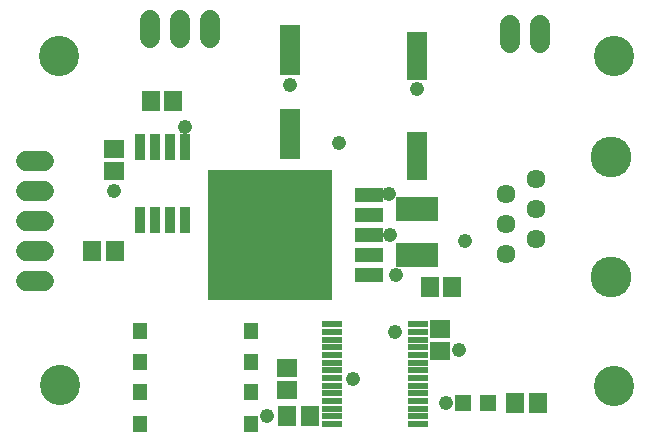
<source format=gts>
From c3ca4f95bd59f69d45e582a4149327f57a360760 Mon Sep 17 00:00:00 2001
From: jaseg <git@jaseg.de>
Date: Sun, 30 Jan 2022 20:11:38 +0100
Subject: Rename gerbonara/gerber package to just gerbonara

---
 gerbonara/gerber/tests/resources/top_mask.GTS | 162 --------------------------
 1 file changed, 162 deletions(-)
 delete mode 100644 gerbonara/gerber/tests/resources/top_mask.GTS

(limited to 'gerbonara/gerber/tests/resources/top_mask.GTS')

diff --git a/gerbonara/gerber/tests/resources/top_mask.GTS b/gerbonara/gerber/tests/resources/top_mask.GTS
deleted file mode 100644
index a3886f5..0000000
--- a/gerbonara/gerber/tests/resources/top_mask.GTS
+++ /dev/null
@@ -1,162 +0,0 @@
-G75*
-%MOIN*%
-%OFA0B0*%
-%FSLAX24Y24*%
-%IPPOS*%
-%LPD*%
-%AMOC8*
-5,1,8,0,0,1.08239X$1,22.5*
-%
-%ADD10R,0.0340X0.0880*%
-%ADD11R,0.0671X0.0237*%
-%ADD12R,0.4178X0.4332*%
-%ADD13R,0.0930X0.0500*%
-%ADD14R,0.0710X0.1655*%
-%ADD15R,0.0671X0.0592*%
-%ADD16R,0.0592X0.0671*%
-%ADD17R,0.0710X0.1615*%
-%ADD18R,0.1419X0.0828*%
-%ADD19C,0.0634*%
-%ADD20C,0.1360*%
-%ADD21R,0.0474X0.0580*%
-%ADD22C,0.0680*%
-%ADD23R,0.0552X0.0552*%
-%ADD24C,0.1340*%
-%ADD25C,0.0476*%
-D10*
-X005000Y010604D03*
-X005500Y010604D03*
-X006000Y010604D03*
-X006500Y010604D03*
-X006500Y013024D03*
-X006000Y013024D03*
-X005500Y013024D03*
-X005000Y013024D03*
-D11*
-X011423Y007128D03*
-X011423Y006872D03*
-X011423Y006616D03*
-X011423Y006360D03*
-X011423Y006104D03*
-X011423Y005848D03*
-X011423Y005592D03*
-X011423Y005336D03*
-X011423Y005080D03*
-X011423Y004825D03*
-X011423Y004569D03*
-X011423Y004313D03*
-X011423Y004057D03*
-X011423Y003801D03*
-X014277Y003801D03*
-X014277Y004057D03*
-X014277Y004313D03*
-X014277Y004569D03*
-X014277Y004825D03*
-X014277Y005080D03*
-X014277Y005336D03*
-X014277Y005592D03*
-X014277Y005848D03*
-X014277Y006104D03*
-X014277Y006360D03*
-X014277Y006616D03*
-X014277Y006872D03*
-X014277Y007128D03*
-D12*
-X009350Y010114D03*
-D13*
-X012630Y010114D03*
-X012630Y010784D03*
-X012630Y011454D03*
-X012630Y009444D03*
-X012630Y008774D03*
-D14*
-X010000Y013467D03*
-X010000Y016262D03*
-D15*
-X004150Y012988D03*
-X004150Y012240D03*
-X009900Y005688D03*
-X009900Y004940D03*
-X015000Y006240D03*
-X015000Y006988D03*
-D16*
-X014676Y008364D03*
-X015424Y008364D03*
-X017526Y004514D03*
-X018274Y004514D03*
-X010674Y004064D03*
-X009926Y004064D03*
-X004174Y009564D03*
-X003426Y009564D03*
-X005376Y014564D03*
-X006124Y014564D03*
-D17*
-X014250Y016088D03*
-X014250Y012741D03*
-D18*
-X014250Y010982D03*
-X014250Y009447D03*
-D19*
-X017200Y009464D03*
-X018200Y009964D03*
-X018200Y010964D03*
-X017200Y010464D03*
-X017200Y011464D03*
-X018200Y011964D03*
-D20*
-X020700Y012714D03*
-X020700Y008714D03*
-D21*
-X005004Y003814D03*
-X005004Y004864D03*
-X005004Y005864D03*
-X005004Y006914D03*
-X008696Y006914D03*
-X008696Y005864D03*
-X008696Y004864D03*
-X008696Y003814D03*
-D22*
-X001800Y008564D02*
-X001200Y008564D01*
-X001200Y009564D02*
-X001800Y009564D01*
-X001800Y010564D02*
-X001200Y010564D01*
-X001200Y011564D02*
-X001800Y011564D01*
-X001800Y012564D02*
-X001200Y012564D01*
-X005350Y016664D02*
-X005350Y017264D01*
-X006350Y017264D02*
-X006350Y016664D01*
-X007350Y016664D02*
-X007350Y017264D01*
-X017350Y017114D02*
-X017350Y016514D01*
-X018350Y016514D02*
-X018350Y017114D01*
-D23*
-X016613Y004514D03*
-X015787Y004514D03*
-D24*
-X020800Y005064D03*
-X020800Y016064D03*
-X002300Y016064D03*
-X002350Y005114D03*
-D25*
-X009250Y004064D03*
-X012100Y005314D03*
-X013500Y006864D03*
-X015650Y006264D03*
-X015200Y004514D03*
-X013550Y008764D03*
-X013350Y010114D03*
-X013300Y011464D03*
-X011650Y013164D03*
-X010000Y015114D03*
-X006500Y013714D03*
-X004150Y011564D03*
-X014250Y014964D03*
-X015850Y009914D03*
-M02*
-- 
cgit 


</source>
